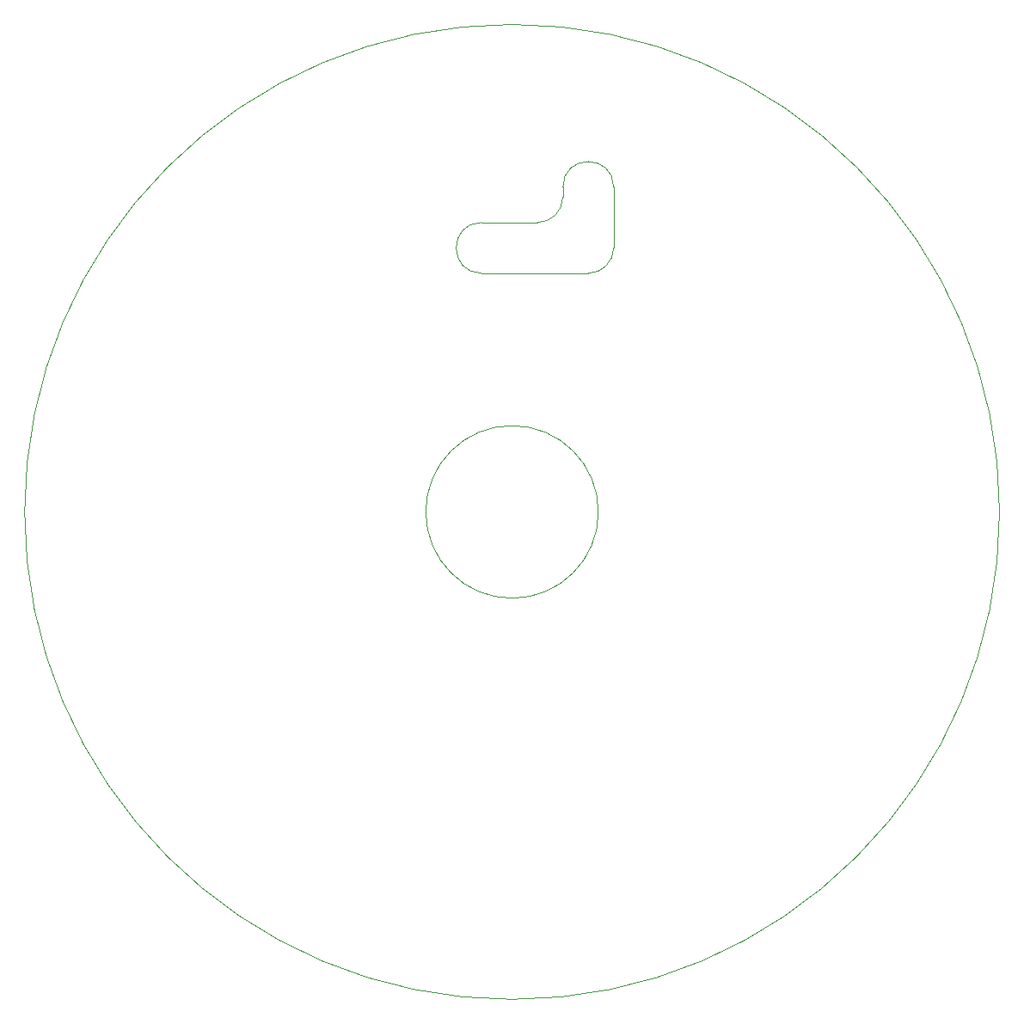
<source format=gbr>
%TF.GenerationSoftware,KiCad,Pcbnew,5.1.9+dfsg1-1+deb11u1*%
%TF.CreationDate,2023-04-21T22:24:47+02:00*%
%TF.ProjectId,base,62617365-2e6b-4696-9361-645f70636258,rev?*%
%TF.SameCoordinates,Original*%
%TF.FileFunction,Profile,NP*%
%FSLAX46Y46*%
G04 Gerber Fmt 4.6, Leading zero omitted, Abs format (unit mm)*
G04 Created by KiCad (PCBNEW 5.1.9+dfsg1-1+deb11u1) date 2023-04-21 22:24:47*
%MOMM*%
%LPD*%
G01*
G04 APERTURE LIST*
%TA.AperFunction,Profile*%
%ADD10C,0.050000*%
%TD*%
G04 APERTURE END LIST*
D10*
X5000000Y32000000D02*
X5000000Y31000000D01*
X-3000000Y28500000D02*
X2500000Y28500000D01*
X10000000Y26000000D02*
G75*
G02*
X7500000Y23500000I-2500000J0D01*
G01*
X5000000Y31000000D02*
G75*
G02*
X2500000Y28500000I-2500000J0D01*
G01*
X7500000Y23500000D02*
X-3000000Y23500000D01*
X10000000Y32000000D02*
X10000000Y26000000D01*
X-3000000Y23500000D02*
G75*
G02*
X-3000000Y28500000I0J2500000D01*
G01*
X5000000Y32000000D02*
G75*
G02*
X10000000Y32000000I2500000J0D01*
G01*
X8500000Y0D02*
G75*
G03*
X8500000Y0I-8500000J0D01*
G01*
X48000000Y0D02*
G75*
G03*
X48000000Y0I-48000000J0D01*
G01*
M02*

</source>
